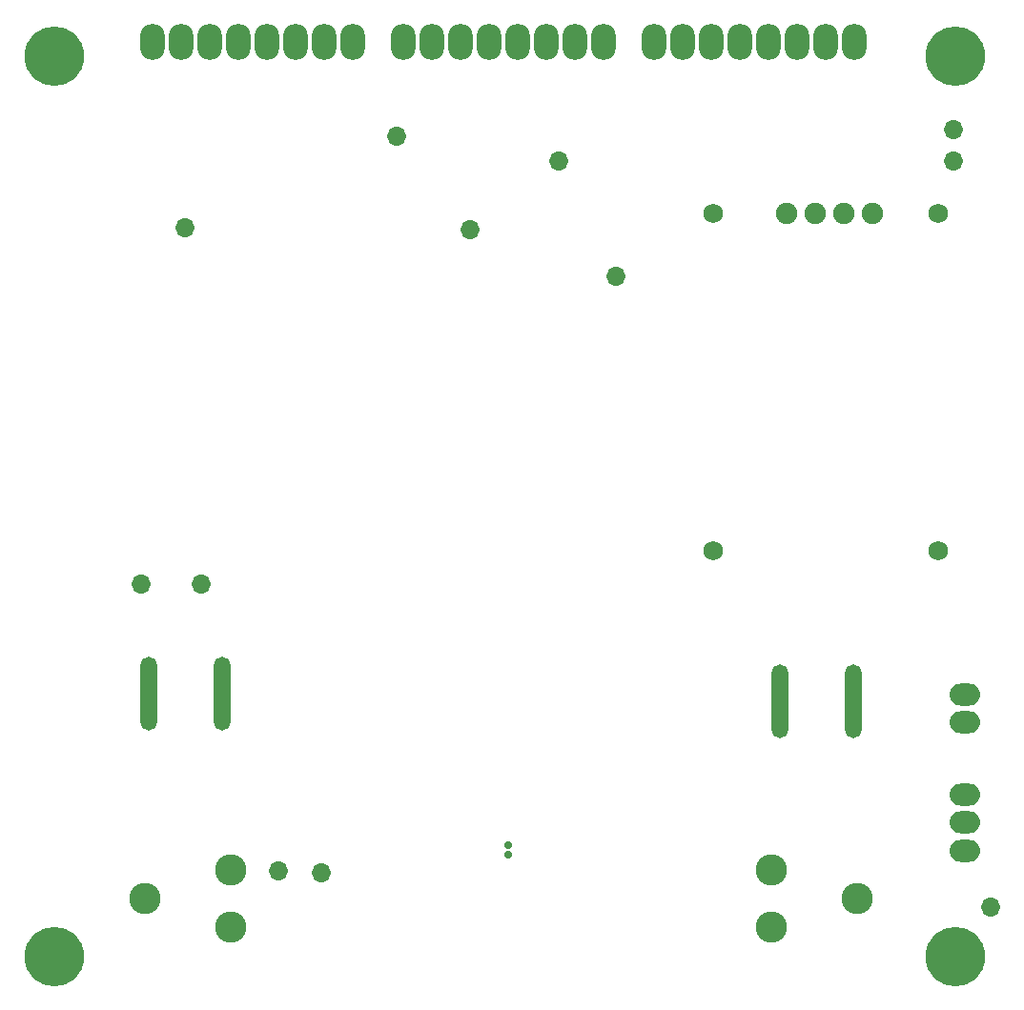
<source format=gbs>
G04*
G04 #@! TF.GenerationSoftware,Altium Limited,Altium Designer,22.9.1 (49)*
G04*
G04 Layer_Color=16711935*
%FSLAX25Y25*%
%MOIN*%
G70*
G04*
G04 #@! TF.SameCoordinates,76B2CB67-AC7D-4B7C-BAB6-E888D97DABA5*
G04*
G04*
G04 #@! TF.FilePolarity,Negative*
G04*
G01*
G75*
%ADD66C,0.07493*%
%ADD67C,0.06800*%
%ADD68O,0.06706X0.06706*%
%ADD69O,0.05721X0.25800*%
%ADD70C,0.20800*%
%ADD71C,0.10945*%
%ADD72O,0.06706X0.06706*%
%ADD73O,0.10642X0.07690*%
%ADD74O,0.08674X0.12611*%
%ADD75C,0.02769*%
D66*
X305591Y279528D02*
D03*
X295590D02*
D03*
X285591D02*
D03*
X275590D02*
D03*
D67*
X328740Y161417D02*
D03*
X250000D02*
D03*
Y279528D02*
D03*
X328740D02*
D03*
D68*
X50000Y150000D02*
D03*
X71000D02*
D03*
X113000Y49000D02*
D03*
X98000Y49500D02*
D03*
X65500Y274500D02*
D03*
D69*
X78500Y111500D02*
D03*
X52909D02*
D03*
X299091Y109000D02*
D03*
X273500D02*
D03*
D70*
X19870Y19685D02*
D03*
X334646Y334646D02*
D03*
X19685D02*
D03*
X334646Y19685D02*
D03*
D71*
X300499Y40000D02*
D03*
X270499Y30000D02*
D03*
Y50000D02*
D03*
X51575Y39865D02*
D03*
X81575Y49865D02*
D03*
Y29865D02*
D03*
D72*
X139500Y306500D02*
D03*
X196000Y298000D02*
D03*
X165000Y274000D02*
D03*
X216000Y257500D02*
D03*
X347000Y37017D02*
D03*
X334000Y309000D02*
D03*
Y298000D02*
D03*
D73*
X338000Y76343D02*
D03*
Y56657D02*
D03*
Y66500D02*
D03*
Y111342D02*
D03*
Y101500D02*
D03*
D74*
X289500Y339500D02*
D03*
X249500D02*
D03*
X229500D02*
D03*
X299500D02*
D03*
X239500D02*
D03*
X259500D02*
D03*
X269500D02*
D03*
X279500D02*
D03*
X201712D02*
D03*
X161712D02*
D03*
X141712D02*
D03*
X211712D02*
D03*
X151712D02*
D03*
X171712D02*
D03*
X181712D02*
D03*
X191712D02*
D03*
X113923D02*
D03*
X73923D02*
D03*
X53923D02*
D03*
X123923D02*
D03*
X63923D02*
D03*
X83923D02*
D03*
X93923D02*
D03*
X103923D02*
D03*
D75*
X178500Y55362D02*
D03*
Y58638D02*
D03*
M02*

</source>
